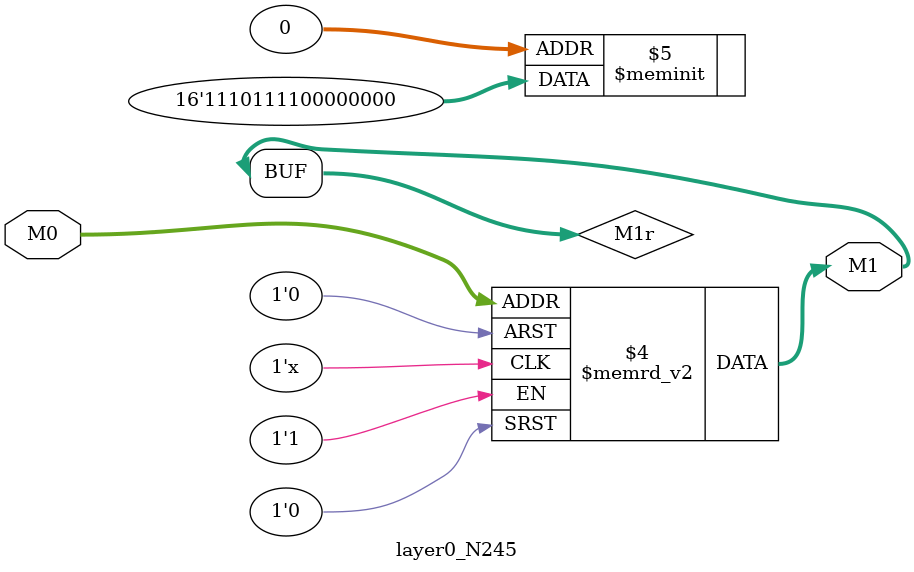
<source format=v>
module layer0_N245 ( input [2:0] M0, output [1:0] M1 );

	(*rom_style = "distributed" *) reg [1:0] M1r;
	assign M1 = M1r;
	always @ (M0) begin
		case (M0)
			3'b000: M1r = 2'b00;
			3'b100: M1r = 2'b11;
			3'b010: M1r = 2'b00;
			3'b110: M1r = 2'b10;
			3'b001: M1r = 2'b00;
			3'b101: M1r = 2'b11;
			3'b011: M1r = 2'b00;
			3'b111: M1r = 2'b11;

		endcase
	end
endmodule

</source>
